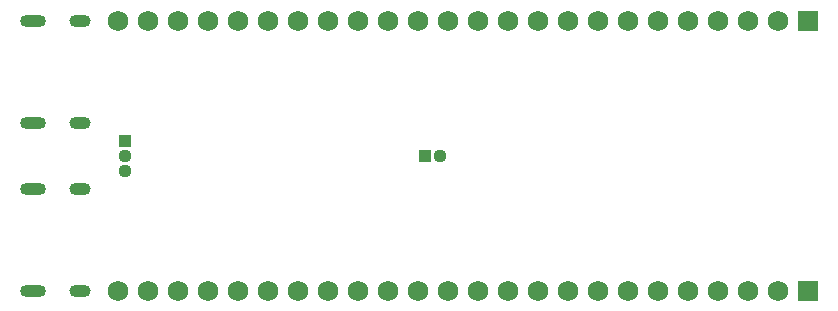
<source format=gbs>
G04*
G04 #@! TF.GenerationSoftware,Altium Limited,Altium Designer,25.7.1 (20)*
G04*
G04 Layer_Color=16711935*
%FSLAX25Y25*%
%MOIN*%
G70*
G04*
G04 #@! TF.SameCoordinates,FC8E4296-A409-4092-80C3-4C3ED3C77B16*
G04*
G04*
G04 #@! TF.FilePolarity,Negative*
G04*
G01*
G75*
%ADD51R,0.04400X0.04400*%
%ADD52C,0.04400*%
G04:AMPARAMS|DCode=53|XSize=39.37mil|YSize=70.87mil|CornerRadius=19.68mil|HoleSize=0mil|Usage=FLASHONLY|Rotation=270.000|XOffset=0mil|YOffset=0mil|HoleType=Round|Shape=RoundedRectangle|*
%AMROUNDEDRECTD53*
21,1,0.03937,0.03150,0,0,270.0*
21,1,0.00000,0.07087,0,0,270.0*
1,1,0.03937,-0.01575,0.00000*
1,1,0.03937,-0.01575,0.00000*
1,1,0.03937,0.01575,0.00000*
1,1,0.03937,0.01575,0.00000*
%
%ADD53ROUNDEDRECTD53*%
G04:AMPARAMS|DCode=54|XSize=39.37mil|YSize=86.61mil|CornerRadius=19.68mil|HoleSize=0mil|Usage=FLASHONLY|Rotation=270.000|XOffset=0mil|YOffset=0mil|HoleType=Round|Shape=RoundedRectangle|*
%AMROUNDEDRECTD54*
21,1,0.03937,0.04724,0,0,270.0*
21,1,0.00000,0.08661,0,0,270.0*
1,1,0.03937,-0.02362,0.00000*
1,1,0.03937,-0.02362,0.00000*
1,1,0.03937,0.02362,0.00000*
1,1,0.03937,0.02362,0.00000*
%
%ADD54ROUNDEDRECTD54*%
%ADD55R,0.06800X0.06800*%
%ADD56C,0.06800*%
%ADD57R,0.04400X0.04400*%
D51*
X137500Y50000D02*
D03*
D52*
X142500D02*
D03*
X37500Y45000D02*
D03*
Y50000D02*
D03*
D53*
X22500Y60984D02*
D03*
Y95000D02*
D03*
Y39016D02*
D03*
Y5000D02*
D03*
D54*
X6752Y60984D02*
D03*
Y95000D02*
D03*
Y39016D02*
D03*
Y5000D02*
D03*
D55*
X265000D02*
D03*
Y95000D02*
D03*
D56*
X255000Y5000D02*
D03*
X245000D02*
D03*
X235000D02*
D03*
X225000D02*
D03*
X215000D02*
D03*
X205000D02*
D03*
X195000D02*
D03*
X185000D02*
D03*
X175000D02*
D03*
X165000D02*
D03*
X155000D02*
D03*
X145000D02*
D03*
X135000D02*
D03*
X125000D02*
D03*
X115000D02*
D03*
X105000D02*
D03*
X95000D02*
D03*
X85000D02*
D03*
X75000D02*
D03*
X65000D02*
D03*
X55000D02*
D03*
X45000D02*
D03*
X35000D02*
D03*
X255000Y95000D02*
D03*
X245000D02*
D03*
X235000D02*
D03*
X225000D02*
D03*
X215000D02*
D03*
X205000D02*
D03*
X195000D02*
D03*
X185000D02*
D03*
X175000D02*
D03*
X165000D02*
D03*
X155000D02*
D03*
X145000D02*
D03*
X135000D02*
D03*
X125000D02*
D03*
X115000D02*
D03*
X105000D02*
D03*
X95000D02*
D03*
X85000D02*
D03*
X75000D02*
D03*
X65000D02*
D03*
X55000D02*
D03*
X45000D02*
D03*
X35000D02*
D03*
D57*
X37500Y55000D02*
D03*
M02*

</source>
